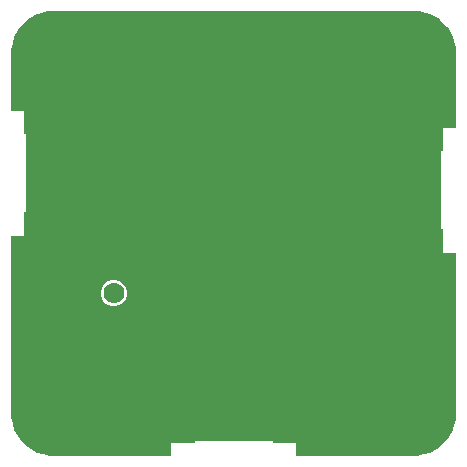
<source format=gbr>
G04 EAGLE Gerber RS-274X export*
G75*
%MOMM*%
%FSLAX34Y34*%
%LPD*%
%INBottom Copper*%
%IPPOS*%
%AMOC8*
5,1,8,0,0,1.08239X$1,22.5*%
G01*
%ADD10R,5.080000X2.286000*%
%ADD11R,2.286000X5.080000*%
%ADD12C,5.842000*%
%ADD13C,1.778000*%
%ADD14C,0.706400*%

G36*
X136710Y2041D02*
X136710Y2041D01*
X136768Y2039D01*
X136850Y2061D01*
X136934Y2073D01*
X136987Y2096D01*
X137043Y2111D01*
X137116Y2154D01*
X137193Y2189D01*
X137238Y2227D01*
X137288Y2256D01*
X137346Y2318D01*
X137410Y2372D01*
X137442Y2421D01*
X137482Y2464D01*
X137521Y2539D01*
X137568Y2609D01*
X137585Y2665D01*
X137612Y2717D01*
X137623Y2785D01*
X137653Y2880D01*
X137656Y2980D01*
X137667Y3048D01*
X137667Y13542D01*
X138858Y14733D01*
X242142Y14733D01*
X243333Y13542D01*
X243333Y3048D01*
X243341Y2990D01*
X243339Y2932D01*
X243361Y2850D01*
X243373Y2766D01*
X243396Y2713D01*
X243411Y2657D01*
X243454Y2584D01*
X243489Y2507D01*
X243527Y2462D01*
X243556Y2412D01*
X243618Y2354D01*
X243672Y2290D01*
X243721Y2258D01*
X243764Y2218D01*
X243839Y2179D01*
X243909Y2132D01*
X243965Y2115D01*
X244017Y2088D01*
X244085Y2077D01*
X244180Y2047D01*
X244280Y2044D01*
X244348Y2033D01*
X342900Y2033D01*
X342937Y2038D01*
X342966Y2035D01*
X347542Y2335D01*
X347662Y2360D01*
X347738Y2367D01*
X356577Y4736D01*
X356768Y4817D01*
X356821Y4837D01*
X364746Y9412D01*
X364910Y9541D01*
X364956Y9573D01*
X371427Y16044D01*
X371552Y16210D01*
X371588Y16254D01*
X376163Y24179D01*
X376241Y24372D01*
X376264Y24423D01*
X378633Y33262D01*
X378638Y33306D01*
X378648Y33338D01*
X378650Y33393D01*
X378665Y33458D01*
X378965Y38034D01*
X378962Y38070D01*
X378967Y38100D01*
X378967Y173165D01*
X378959Y173222D01*
X378961Y173281D01*
X378939Y173362D01*
X378927Y173446D01*
X378904Y173499D01*
X378889Y173556D01*
X378846Y173628D01*
X378811Y173705D01*
X378773Y173750D01*
X378744Y173800D01*
X378682Y173858D01*
X378628Y173922D01*
X378579Y173955D01*
X378536Y173995D01*
X378461Y174033D01*
X378391Y174080D01*
X378335Y174098D01*
X378283Y174124D01*
X378215Y174136D01*
X378120Y174166D01*
X378020Y174168D01*
X377952Y174180D01*
X367458Y174180D01*
X366267Y175370D01*
X366267Y278655D01*
X367458Y279845D01*
X377952Y279845D01*
X378010Y279853D01*
X378068Y279852D01*
X378150Y279873D01*
X378234Y279885D01*
X378287Y279909D01*
X378343Y279924D01*
X378416Y279967D01*
X378493Y280001D01*
X378538Y280039D01*
X378588Y280069D01*
X378646Y280131D01*
X378710Y280185D01*
X378742Y280234D01*
X378782Y280276D01*
X378821Y280351D01*
X378868Y280422D01*
X378885Y280477D01*
X378912Y280529D01*
X378923Y280597D01*
X378953Y280693D01*
X378956Y280792D01*
X378967Y280860D01*
X378967Y342900D01*
X378962Y342937D01*
X378965Y342966D01*
X378665Y347542D01*
X378640Y347662D01*
X378633Y347738D01*
X376264Y356577D01*
X376204Y356719D01*
X376197Y356746D01*
X376181Y356772D01*
X376163Y356821D01*
X371588Y364746D01*
X371459Y364910D01*
X371427Y364956D01*
X364956Y371427D01*
X364790Y371552D01*
X364746Y371588D01*
X356821Y376163D01*
X356628Y376241D01*
X356577Y376264D01*
X347738Y378633D01*
X347616Y378648D01*
X347542Y378665D01*
X342966Y378965D01*
X342930Y378962D01*
X342900Y378967D01*
X38100Y378967D01*
X38063Y378962D01*
X38034Y378965D01*
X33458Y378665D01*
X33338Y378640D01*
X33262Y378633D01*
X24423Y376264D01*
X24232Y376183D01*
X24179Y376163D01*
X16254Y371588D01*
X16090Y371459D01*
X16044Y371427D01*
X9573Y364956D01*
X9448Y364790D01*
X9412Y364746D01*
X4837Y356821D01*
X4828Y356799D01*
X4824Y356794D01*
X4819Y356777D01*
X4759Y356628D01*
X4736Y356577D01*
X2367Y347738D01*
X2352Y347616D01*
X2335Y347542D01*
X2035Y342966D01*
X2038Y342930D01*
X2033Y342900D01*
X2033Y295148D01*
X2041Y295090D01*
X2039Y295032D01*
X2061Y294950D01*
X2073Y294866D01*
X2096Y294813D01*
X2111Y294757D01*
X2154Y294684D01*
X2189Y294607D01*
X2227Y294562D01*
X2256Y294512D01*
X2318Y294454D01*
X2372Y294390D01*
X2421Y294358D01*
X2464Y294318D01*
X2539Y294279D01*
X2609Y294232D01*
X2665Y294215D01*
X2717Y294188D01*
X2785Y294177D01*
X2880Y294147D01*
X2980Y294144D01*
X3048Y294133D01*
X13542Y294133D01*
X14733Y292942D01*
X14733Y189658D01*
X13542Y188467D01*
X3048Y188467D01*
X2990Y188459D01*
X2932Y188461D01*
X2850Y188439D01*
X2766Y188427D01*
X2713Y188404D01*
X2657Y188389D01*
X2584Y188346D01*
X2507Y188311D01*
X2462Y188273D01*
X2412Y188244D01*
X2354Y188182D01*
X2290Y188128D01*
X2258Y188079D01*
X2218Y188036D01*
X2179Y187961D01*
X2132Y187891D01*
X2115Y187835D01*
X2088Y187783D01*
X2077Y187715D01*
X2047Y187620D01*
X2044Y187520D01*
X2033Y187452D01*
X2033Y38100D01*
X2038Y38063D01*
X2035Y38034D01*
X2335Y33458D01*
X2345Y33410D01*
X2344Y33389D01*
X2361Y33325D01*
X2367Y33262D01*
X4736Y24423D01*
X4817Y24232D01*
X4837Y24179D01*
X9412Y16254D01*
X9541Y16090D01*
X9573Y16044D01*
X16044Y9573D01*
X16210Y9448D01*
X16254Y9412D01*
X24179Y4837D01*
X24372Y4759D01*
X24423Y4736D01*
X33262Y2367D01*
X33384Y2352D01*
X33458Y2335D01*
X38034Y2035D01*
X38070Y2038D01*
X38100Y2033D01*
X136652Y2033D01*
X136710Y2041D01*
G37*
%LPC*%
G36*
X86727Y128777D02*
X86727Y128777D01*
X82713Y130440D01*
X79640Y133513D01*
X77977Y137527D01*
X77977Y141873D01*
X79640Y145887D01*
X82713Y148960D01*
X86727Y150623D01*
X91073Y150623D01*
X95087Y148960D01*
X98160Y145887D01*
X99823Y141873D01*
X99823Y137527D01*
X98160Y133513D01*
X95087Y130440D01*
X91073Y128777D01*
X86727Y128777D01*
G37*
%LPD*%
D10*
X38354Y197104D03*
X38354Y285496D03*
X342646Y271209D03*
X342646Y182817D03*
D11*
X234696Y38354D03*
X146304Y38354D03*
D12*
X342900Y38100D03*
X38100Y38100D03*
X342900Y342900D03*
X38100Y342900D03*
D13*
X88900Y139700D03*
X88900Y88900D03*
D14*
X219075Y214313D03*
X220663Y198438D03*
X249238Y130175D03*
X249238Y138113D03*
X239713Y119063D03*
X249238Y146050D03*
X196850Y114300D03*
X184150Y217488D03*
X174625Y200025D03*
X174625Y192088D03*
X180975Y187325D03*
X174625Y207963D03*
X138113Y230188D03*
X138113Y222250D03*
X214313Y238125D03*
X185738Y269875D03*
X179388Y265113D03*
X147638Y254000D03*
X157163Y258763D03*
X171450Y265113D03*
X163513Y265113D03*
X166688Y206375D03*
X153988Y206375D03*
X146050Y209550D03*
X138113Y214313D03*
X201613Y269875D03*
X209550Y268288D03*
X247650Y122238D03*
X239713Y157163D03*
X247650Y153988D03*
X209550Y109538D03*
X209550Y101600D03*
X217488Y117475D03*
X228600Y117475D03*
X152400Y117475D03*
X144463Y117475D03*
X136525Y117475D03*
X133350Y109538D03*
X133350Y100013D03*
X152400Y92075D03*
X144463Y92075D03*
X136525Y92075D03*
X157163Y182563D03*
X149225Y182563D03*
X141288Y182563D03*
X139700Y174625D03*
X139700Y166688D03*
X139700Y158750D03*
X214313Y182563D03*
X219075Y176213D03*
X219075Y168275D03*
X219075Y160338D03*
X214313Y246063D03*
X214313Y254000D03*
X193675Y269875D03*
X220663Y188913D03*
X19050Y228600D03*
X28575Y228600D03*
X38100Y228600D03*
X47625Y228600D03*
X57150Y228600D03*
X66675Y228600D03*
X76200Y228600D03*
X85725Y228600D03*
X95250Y228600D03*
X104775Y228600D03*
X114300Y228600D03*
X123825Y228600D03*
X19050Y254000D03*
X28575Y254000D03*
X38100Y254000D03*
X47625Y254000D03*
X57150Y254000D03*
X66675Y254000D03*
X76200Y254000D03*
X85725Y254000D03*
X95250Y254000D03*
X104775Y254000D03*
X114300Y254000D03*
X123825Y254000D03*
X133350Y254000D03*
X23813Y261938D03*
X33338Y261938D03*
X42863Y261938D03*
X52388Y261938D03*
X61913Y261938D03*
X71438Y261938D03*
X80963Y261938D03*
X90488Y261938D03*
X100013Y261938D03*
X109538Y261938D03*
X23813Y220663D03*
X33338Y220663D03*
X42863Y220663D03*
X52388Y220663D03*
X61913Y220663D03*
X71438Y220663D03*
X80963Y220663D03*
X90488Y220663D03*
X100013Y220663D03*
X109538Y220663D03*
X271463Y247650D03*
X280988Y247650D03*
X290513Y247650D03*
X300038Y247650D03*
X309563Y247650D03*
X319088Y247650D03*
X328613Y247650D03*
X338138Y247650D03*
X347663Y247650D03*
X357188Y247650D03*
X361950Y265113D03*
X323850Y265113D03*
X323850Y277813D03*
X361950Y277813D03*
X342900Y277813D03*
X342900Y265113D03*
X276225Y239713D03*
X285750Y239713D03*
X295275Y239713D03*
X304800Y239713D03*
X314325Y239713D03*
X323850Y239713D03*
X333375Y239713D03*
X342900Y239713D03*
X352425Y239713D03*
X361950Y239713D03*
X266700Y239713D03*
X257175Y239713D03*
X247650Y239713D03*
X238125Y239713D03*
X228600Y239713D03*
X261938Y247650D03*
X252413Y247650D03*
X242888Y247650D03*
X233363Y247650D03*
X271463Y206375D03*
X280988Y206375D03*
X290513Y206375D03*
X300038Y206375D03*
X309563Y206375D03*
X319088Y206375D03*
X328613Y206375D03*
X338138Y206375D03*
X347663Y206375D03*
X357188Y206375D03*
X276225Y214313D03*
X285750Y214313D03*
X295275Y214313D03*
X304800Y214313D03*
X314325Y214313D03*
X323850Y214313D03*
X333375Y214313D03*
X342900Y214313D03*
X352425Y214313D03*
X361950Y214313D03*
X266700Y214313D03*
X257175Y214313D03*
X247650Y214313D03*
X261938Y206375D03*
X252413Y206375D03*
X238125Y214313D03*
X242888Y206375D03*
X228600Y214313D03*
X233363Y206375D03*
X352425Y265113D03*
X352425Y277813D03*
X333375Y277813D03*
X333375Y265113D03*
X361950Y176213D03*
X323850Y176213D03*
X323850Y188913D03*
X361950Y188913D03*
X342900Y188913D03*
X342900Y176213D03*
X352425Y176213D03*
X352425Y188913D03*
X333375Y188913D03*
X333375Y176213D03*
X57150Y279400D03*
X19050Y279400D03*
X19050Y292100D03*
X57150Y292100D03*
X38100Y292100D03*
X38100Y279400D03*
X47625Y279400D03*
X47625Y292100D03*
X28575Y292100D03*
X28575Y279400D03*
X57150Y190500D03*
X19050Y190500D03*
X19050Y203200D03*
X57150Y203200D03*
X38100Y203200D03*
X38100Y190500D03*
X47625Y190500D03*
X47625Y203200D03*
X28575Y203200D03*
X28575Y190500D03*
X214313Y261938D03*
X152400Y57150D03*
X152400Y19050D03*
X139700Y19050D03*
X139700Y57150D03*
X139700Y38100D03*
X152400Y38100D03*
X152400Y47625D03*
X139700Y47625D03*
X139700Y28575D03*
X152400Y28575D03*
X241300Y57150D03*
X241300Y19050D03*
X228600Y19050D03*
X228600Y57150D03*
X228600Y38100D03*
X241300Y38100D03*
X241300Y47625D03*
X228600Y47625D03*
X228600Y28575D03*
X241300Y28575D03*
X166688Y190500D03*
X166688Y198438D03*
X223838Y206375D03*
X223838Y247650D03*
M02*

</source>
